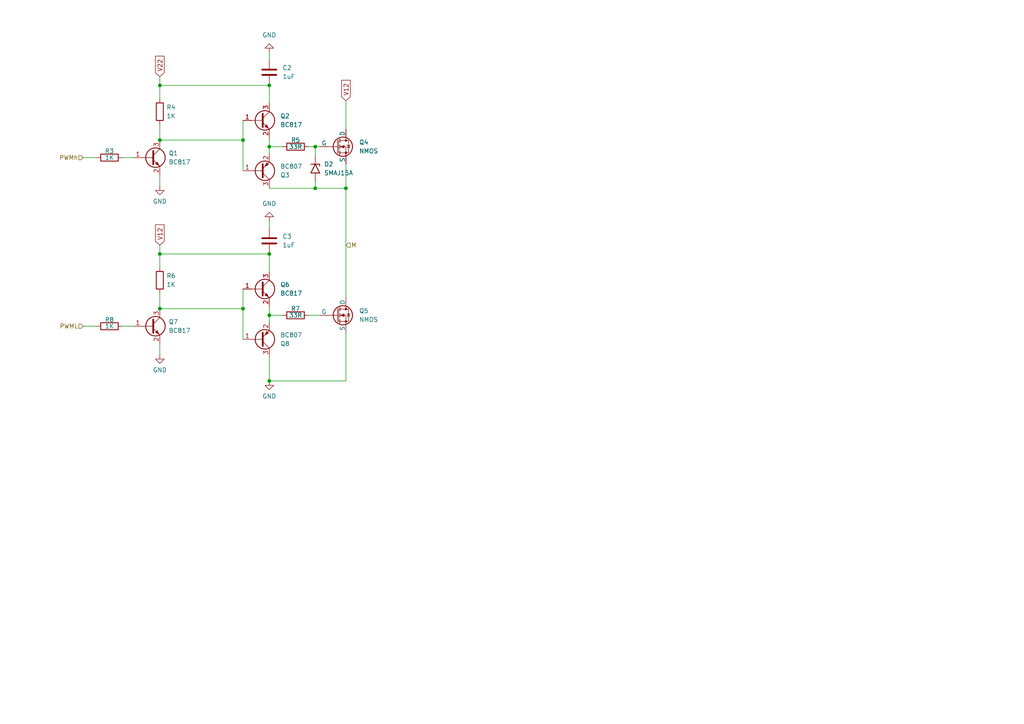
<source format=kicad_sch>
(kicad_sch (version 20250114) (generator "eeschema") (generator_version "9.0")
  (paper "A4")
  (lib_symbols
    (symbol "Device:C" (pin_numbers (hide yes)) (pin_names (offset 0.254))
      (property "Reference" "C" (at 0.635 2.54 0))
      (property "Value" "C" (at 0.635 -2.54 0))
      (symbol "C_0_1"
        (polyline (pts (xy -2.032 0.762) (xy 2.032 0.762)) (stroke (width 0.508)))
        (polyline (pts (xy -2.032 -0.762) (xy 2.032 -0.762)) (stroke (width 0.508)))
      )
      (symbol "C_1_1"
        (pin passive line (at 0 3.81 270) (length 2.794) (name "~") (number "1"))
        (pin passive line (at 0 -3.81 90) (length 2.794) (name "~") (number "2"))
      )
    )
    (symbol "Device:R" (pin_numbers (hide yes)) (pin_names (offset 0))
      (property "Reference" "R" (at 2.032 0 90))
      (property "Value" "R" (at 0 0 90))
      (symbol "R_0_1"
        (rectangle (start -1.016 -2.54) (end 1.016 2.54) (stroke (width 0.254)))
      )
      (symbol "R_1_1"
        (pin passive line (at 0 3.81 270) (length 1.27) (name "~") (number "1"))
        (pin passive line (at 0 -3.81 90) (length 1.27) (name "~") (number "2"))
      )
    )
    (symbol "Diode:SMAJ15A" (pin_numbers (hide yes)) (pin_names (offset 1.016) (hide yes))
      (property "Reference" "D" (at 0 2.54 0))
      (property "Value" "SMAJ15A" (at 0 -2.54 0))
      (symbol "SMAJ15A_0_1"
        (polyline (pts (xy -0.762 1.27) (xy -1.27 1.27) (xy -1.27 -1.27)) (stroke (width 0.254)))
        (polyline (pts (xy 1.27 1.27) (xy 1.27 -1.27) (xy -1.27 0) (xy 1.27 1.27)) (stroke (width 0.254)))
      )
      (symbol "SMAJ15A_1_1"
        (pin passive line (at -3.81 0 0) (length 2.54) (name "A1") (number "1"))
        (pin passive line (at 3.81 0 180) (length 2.54) (name "A2") (number "2"))
      )
    )
    (symbol "Simulation_SPICE:NMOS" (pin_numbers (hide yes)) (pin_names (offset 0))
      (property "Reference" "Q" (at 5.08 1.27 0))
      (property "Value" "NMOS" (at 5.08 -1.27 0))
      (symbol "NMOS_0_1"
        (polyline (pts (xy 0.254 1.905) (xy 0.254 -1.905)) (stroke (width 0.254)))
        (polyline (pts (xy 0.254 0) (xy -2.54 0)))
        (polyline (pts (xy 0.762 2.286) (xy 0.762 1.27)) (stroke (width 0.254)))
        (polyline (pts (xy 0.762 0.508) (xy 0.762 -0.508)) (stroke (width 0.254)))
        (polyline (pts (xy 0.762 -1.27) (xy 0.762 -2.286)) (stroke (width 0.254)))
        (polyline (pts (xy 0.762 -1.778) (xy 3.302 -1.778) (xy 3.302 1.778) (xy 0.762 1.778)))
        (polyline (pts (xy 1.016 0) (xy 2.032 0.381) (xy 2.032 -0.381) (xy 1.016 0)) (fill (type outline)))
        (circle (center 1.651 0) (radius 2.794) (stroke (width 0.254)))
        (polyline (pts (xy 2.54 2.54) (xy 2.54 1.778)))
        (circle (center 2.54 1.778) (radius 0.254) (fill (type outline)))
        (circle (center 2.54 -1.778) (radius 0.254) (fill (type outline)))
        (polyline (pts (xy 2.54 -2.54) (xy 2.54 0) (xy 0.762 0)))
        (polyline (pts (xy 2.794 0.508) (xy 2.921 0.381) (xy 3.683 0.381) (xy 3.81 0.254)))
        (polyline (pts (xy 3.302 0.381) (xy 2.921 -0.254) (xy 3.683 -0.254) (xy 3.302 0.381)))
      )
      (symbol "NMOS_1_1"
        (pin input line (at -5.08 0 0) (length 2.54) (name "G") (number "2"))
        (pin passive line (at 2.54 5.08 270) (length 2.54) (name "D") (number "1"))
        (pin passive line (at 2.54 -5.08 90) (length 2.54) (name "S") (number "3"))
      )
    )
    (symbol "Transistor_BJT:BC807" (pin_names (offset 0) (hide yes))
      (property "Reference" "Q" (at 5.08 1.905 0))
      (property "Value" "BC807" (at 5.08 0 0))
      (symbol "BC807_0_1"
        (polyline (pts (xy -2.54 0) (xy 0.635 0)))
        (polyline (pts (xy 0.635 1.905) (xy 0.635 -1.905)) (stroke (width 0.508)))
        (polyline (pts (xy 0.635 0.635) (xy 2.54 2.54)))
        (polyline (pts (xy 0.635 -0.635) (xy 2.54 -2.54)))
        (circle (center 1.27 0) (radius 2.8194) (stroke (width 0.254)))
        (polyline (pts (xy 2.286 -1.778) (xy 1.778 -2.286) (xy 1.27 -1.27) (xy 2.286 -1.778)) (fill (type outline)))
      )
      (symbol "BC807_1_1"
        (pin input line (at -5.08 0 0) (length 2.54) (name "B") (number "1"))
        (pin passive line (at 2.54 5.08 270) (length 2.54) (name "C") (number "3"))
        (pin passive line (at 2.54 -5.08 90) (length 2.54) (name "E") (number "2"))
      )
    )
    (symbol "Transistor_BJT:BC817" (pin_names (offset 0) (hide yes))
      (property "Reference" "Q" (at 5.08 1.905 0))
      (property "Value" "BC817" (at 5.08 0 0))
      (symbol "BC817_0_1"
        (polyline (pts (xy -2.54 0) (xy 0.635 0)))
        (polyline (pts (xy 0.635 1.905) (xy 0.635 -1.905)) (stroke (width 0.508)))
        (circle (center 1.27 0) (radius 2.8194) (stroke (width 0.254)))
      )
      (symbol "BC817_1_1"
        (polyline (pts (xy 0.635 0.635) (xy 2.54 2.54)))
        (polyline (pts (xy 0.635 -0.635) (xy 2.54 -2.54)))
        (polyline (pts (xy 1.27 -1.778) (xy 1.778 -1.27) (xy 2.286 -2.286) (xy 1.27 -1.778)) (fill (type outline)))
        (pin input line (at -5.08 0 0) (length 2.54) (name "B") (number "1"))
        (pin passive line (at 2.54 5.08 270) (length 2.54) (name "C") (number "3"))
        (pin passive line (at 2.54 -5.08 90) (length 2.54) (name "E") (number "2"))
      )
    )
    (symbol "power:GND" (power) (pin_numbers (hide yes)) (pin_names (offset 0) (hide yes))
      (property "Value" "GND" (at 0 -3.81 0))
      (symbol "GND_0_1"
        (polyline (pts (xy 0 0) (xy 0 -1.27) (xy 1.27 -1.27) (xy 0 -2.54) (xy -1.27 -1.27) (xy 0 -1.27)))
      )
      (symbol "GND_1_1"
        (pin power_in line (at 0 0 270) (length 0) (name "~") (number "1"))
      )
    )
  )
  (junction (at 70.485 89.535))
  (junction (at 70.485 40.64))
  (junction (at 46.355 73.66))
  (junction (at 78.105 24.765))
  (junction (at 46.355 40.64))
  (junction (at 78.105 42.545))
  (junction (at 46.355 24.765))
  (junction (at 78.105 91.44))
  (junction (at 46.355 89.535))
  (junction (at 78.105 110.49))
  (junction (at 91.44 42.545))
  (junction (at 100.33 54.61))
  (junction (at 78.105 73.66))
  (junction (at 91.44 54.61))
  (wire (pts (xy 46.355 73.66) (xy 46.355 77.47)))
  (wire (pts (xy 70.485 40.64) (xy 70.485 49.53)))
  (wire (pts (xy 78.105 42.545) (xy 78.105 44.45)))
  (wire (pts (xy 24.13 94.615) (xy 27.94 94.615)))
  (wire (pts (xy 91.44 42.545) (xy 92.71 42.545)))
  (wire (pts (xy 78.105 73.66) (xy 46.355 73.66)))
  (wire (pts (xy 46.355 40.64) (xy 70.485 40.64)))
  (wire (pts (xy 78.105 64.135) (xy 78.105 66.04)))
  (wire (pts (xy 91.44 54.61) (xy 100.33 54.61)))
  (wire (pts (xy 46.355 85.09) (xy 46.355 89.535)))
  (wire (pts (xy 78.105 40.005) (xy 78.105 42.545)))
  (wire (pts (xy 91.44 42.545) (xy 91.44 45.085)))
  (wire (pts (xy 46.355 50.8) (xy 46.355 53.975)))
  (wire (pts (xy 78.105 54.61) (xy 91.44 54.61)))
  (wire (pts (xy 46.355 22.225) (xy 46.355 24.765)))
  (wire (pts (xy 78.105 88.9) (xy 78.105 91.44)))
  (wire (pts (xy 100.33 29.21) (xy 100.33 37.465)))
  (wire (pts (xy 100.33 54.61) (xy 100.33 47.625)))
  (wire (pts (xy 46.355 36.195) (xy 46.355 40.64)))
  (wire (pts (xy 24.13 45.72) (xy 27.94 45.72)))
  (wire (pts (xy 100.33 110.49) (xy 78.105 110.49)))
  (wire (pts (xy 46.355 24.765) (xy 46.355 28.575)))
  (wire (pts (xy 91.44 52.705) (xy 91.44 54.61)))
  (wire (pts (xy 46.355 99.695) (xy 46.355 102.87)))
  (wire (pts (xy 35.56 94.615) (xy 38.735 94.615)))
  (wire (pts (xy 78.105 42.545) (xy 81.915 42.545)))
  (wire (pts (xy 100.33 96.52) (xy 100.33 110.49)))
  (wire (pts (xy 78.105 91.44) (xy 78.105 93.345)))
  (wire (pts (xy 35.56 45.72) (xy 38.735 45.72)))
  (wire (pts (xy 89.535 91.44) (xy 92.71 91.44)))
  (wire (pts (xy 78.105 110.49) (xy 78.105 103.505)))
  (wire (pts (xy 78.105 91.44) (xy 81.915 91.44)))
  (wire (pts (xy 100.33 54.61) (xy 100.33 86.36)))
  (wire (pts (xy 78.105 24.765) (xy 46.355 24.765)))
  (wire (pts (xy 46.355 89.535) (xy 70.485 89.535)))
  (wire (pts (xy 70.485 89.535) (xy 70.485 83.82)))
  (wire (pts (xy 70.485 89.535) (xy 70.485 98.425)))
  (wire (pts (xy 78.105 29.845) (xy 78.105 24.765)))
  (wire (pts (xy 70.485 40.64) (xy 70.485 34.925)))
  (wire (pts (xy 46.355 71.12) (xy 46.355 73.66)))
  (wire (pts (xy 78.105 78.74) (xy 78.105 73.66)))
  (wire (pts (xy 78.105 15.24) (xy 78.105 17.145)))
  (wire (pts (xy 89.535 42.545) (xy 91.44 42.545)))
  (global_label "V22" (shape input) (at 46.355 22.225 90) (property "Intersheetrefs" "${INTERSHEET_REFS}" (effects (hide yes))))
  (global_label "V12" (shape input) (at 100.33 29.21 90) (property "Intersheetrefs" "${INTERSHEET_REFS}" (effects (hide yes))))
  (global_label "V12" (shape input) (at 46.355 71.12 90) (property "Intersheetrefs" "${INTERSHEET_REFS}" (effects (hide yes))))
  (hierarchical_label "PWML" (shape input) (at 24.13 94.615 180))
  (hierarchical_label "M" (shape input) (at 100.33 71.12 0))
  (hierarchical_label "PWMh" (shape input) (at 24.13 45.72 180))
  (symbol (lib_id "Device:R") (at 85.725 42.545 90) (unit 1)
    (property "Reference" "R5" (at 85.725 40.64 90))
    (property "Value" "33R" (at 85.725 42.545 90))
    (property "Description" "Resistor" (effects (hide yes)))
  )
  (symbol (lib_id "Diode:SMAJ15A") (at 91.44 48.895 270) (unit 1)
    (property "Reference" "D2" (at 93.98 47.6249 90) (effects (justify left)))
    (property "Value" "SMAJ15A" (at 93.98 50.1649 90) (effects (justify left)))
    (property "Footprint" "Diode_SMD:D_SMA" (effects (hide yes)))
    (property "Datasheet" "https://www.littelfuse.com/media?resourcetype=datasheets&itemid=75e32973-b177-4ee3-a0ff-cedaf1abdb93&filename=smaj-datasheet" (effects (hide yes)))
    (property "Description" "400W unidirectional Transient Voltage Suppressor, 15.0Vr, SMA(DO-214AC)" (effects (hide yes)))
  )
  (symbol (lib_id "Device:R") (at 31.75 45.72 90) (unit 1)
    (property "Reference" "R3" (at 31.75 43.815 90))
    (property "Value" "1K" (at 31.75 45.72 90))
    (property "Description" "Resistor" (effects (hide yes)))
  )
  (symbol (lib_id "Device:C") (at 78.105 20.955 0) (unit 1)
    (property "Reference" "C2" (at 81.915 19.6849 0) (effects (justify left)))
    (property "Value" "1uF" (at 81.915 22.2249 0) (effects (justify left)))
    (property "Description" "Ceramica de 50V (ou 35V) x7r" (effects (hide yes)))
  )
  (symbol (lib_id "Transistor_BJT:BC807") (at 75.565 49.53 0) (mirror x) (unit 1)
    (property "Reference" "Q3" (at 81.28 50.8001 0) (effects (justify left)))
    (property "Value" "BC807" (at 81.28 48.2601 0) (effects (justify left)))
    (property "Footprint" "Package_TO_SOT_SMD:SOT-23" (effects (hide yes)))
    (property "Datasheet" "https://www.onsemi.com/pub/Collateral/BC808-D.pdf" (effects (hide yes)))
    (property "Description" "0.8A Ic, 45V Vce, PNP Transistor, SOT-23" (effects (hide yes)))
  )
  (symbol (lib_id "Transistor_BJT:BC807") (at 75.565 98.425 0) (mirror x) (unit 1)
    (property "Reference" "Q8" (at 81.28 99.6951 0) (effects (justify left)))
    (property "Value" "BC807" (at 81.28 97.1551 0) (effects (justify left)))
    (property "Footprint" "Package_TO_SOT_SMD:SOT-23" (effects (hide yes)))
    (property "Datasheet" "https://www.onsemi.com/pub/Collateral/BC808-D.pdf" (effects (hide yes)))
    (property "Description" "0.8A Ic, 45V Vce, PNP Transistor, SOT-23" (effects (hide yes)))
  )
  (symbol (lib_id "Transistor_BJT:BC817") (at 75.565 83.82 0) (unit 1)
    (property "Reference" "Q6" (at 81.28 82.5499 0) (effects (justify left)))
    (property "Value" "BC817" (at 81.28 85.0899 0) (effects (justify left)))
    (property "Footprint" "Package_TO_SOT_SMD:SOT-23" (effects (hide yes)))
    (property "Datasheet" "https://www.onsemi.com/pub/Collateral/BC818-D.pdf" (effects (hide yes)))
    (property "Description" "0.8A Ic, 45V Vce, NPN Transistor, SOT-23" (effects (hide yes)))
  )
  (symbol (lib_id "Device:C") (at 78.105 69.85 0) (unit 1)
    (property "Reference" "C3" (at 81.915 68.5799 0) (effects (justify left)))
    (property "Value" "1uF" (at 81.915 71.1199 0) (effects (justify left)))
    (property "Description" "Ceramica de 50V (ou 35V) x7r" (effects (hide yes)))
  )
  (symbol (lib_id "power:GND") (at 78.105 110.49 0) (unit 1)
    (property "Reference" "#PWR08" (effects (hide yes)))
    (property "Value" "GND" (at 78.105 114.935 0))
    (property "Description" "Power symbol creates a global label with name \"GND\" , ground" (effects (hide yes)))
  )
  (symbol (lib_id "Device:R") (at 85.725 91.44 90) (unit 1)
    (property "Reference" "R7" (at 85.725 89.535 90))
    (property "Value" "33R" (at 85.725 91.44 90))
    (property "Description" "Resistor" (effects (hide yes)))
  )
  (symbol (lib_id "power:GND") (at 46.355 102.87 0) (unit 1)
    (property "Reference" "#PWR07" (effects (hide yes)))
    (property "Value" "GND" (at 46.355 107.315 0))
    (property "Description" "Power symbol creates a global label with name \"GND\" , ground" (effects (hide yes)))
  )
  (symbol (lib_id "power:GND") (at 78.105 15.24 180) (unit 1)
    (property "Reference" "#PWR03" (effects (hide yes)))
    (property "Value" "GND" (at 78.105 10.16 0))
    (property "Description" "Power symbol creates a global label with name \"GND\" , ground" (effects (hide yes)))
  )
  (symbol (lib_id "Device:R") (at 31.75 94.615 90) (unit 1)
    (property "Reference" "R8" (at 31.75 92.71 90))
    (property "Value" "1K" (at 31.75 94.615 90))
    (property "Description" "Resistor" (effects (hide yes)))
  )
  (symbol (lib_id "Simulation_SPICE:NMOS") (at 97.79 91.44 0) (unit 1)
    (property "Reference" "Q5" (at 104.14 90.1699 0) (effects (justify left)))
    (property "Value" "NMOS" (at 104.14 92.7099 0) (effects (justify left)))
    (property "Footprint" "Package_TO_SOT_SMD:TO-252-3_TabPin2" (effects (hide yes)))
    (property "Datasheet" "https://ngspice.sourceforge.io/docs/ngspice-html-manual/manual.xhtml#cha_MOSFETs" (effects (hide yes)))
    (property "Description" "N-MOSFET transistor, drain/source/gate" (effects (hide yes)))
    (property "Sim.Device" "NMOS" (effects (hide yes)))
    (property "Sim.Type" "VDMOS" (effects (hide yes)))
    (property "Sim.Pins" "1=D 2=G 3=S" (effects (hide yes)))
  )
  (symbol (lib_id "Simulation_SPICE:NMOS") (at 97.79 42.545 0) (unit 1)
    (property "Reference" "Q4" (at 104.14 41.2749 0) (effects (justify left)))
    (property "Value" "NMOS" (at 104.14 43.8149 0) (effects (justify left)))
    (property "Footprint" "Package_TO_SOT_SMD:TO-252-3_TabPin2" (effects (hide yes)))
    (property "Datasheet" "https://ngspice.sourceforge.io/docs/ngspice-html-manual/manual.xhtml#cha_MOSFETs" (effects (hide yes)))
    (property "Description" "N-MOSFET transistor, drain/source/gate" (effects (hide yes)))
    (property "Sim.Device" "NMOS" (effects (hide yes)))
    (property "Sim.Type" "VDMOS" (effects (hide yes)))
    (property "Sim.Pins" "1=D 2=G 3=S" (effects (hide yes)))
  )
  (symbol (lib_id "Transistor_BJT:BC817") (at 75.565 34.925 0) (unit 1)
    (property "Reference" "Q2" (at 81.28 33.6549 0) (effects (justify left)))
    (property "Value" "BC817" (at 81.28 36.1949 0) (effects (justify left)))
    (property "Footprint" "Package_TO_SOT_SMD:SOT-23" (effects (hide yes)))
    (property "Datasheet" "https://www.onsemi.com/pub/Collateral/BC818-D.pdf" (effects (hide yes)))
    (property "Description" "0.8A Ic, 45V Vce, NPN Transistor, SOT-23" (effects (hide yes)))
  )
  (symbol (lib_id "Device:R") (at 46.355 81.28 0) (unit 1)
    (property "Reference" "R6" (at 48.26 80.0099 0) (effects (justify left)))
    (property "Value" "1K" (at 48.26 82.5499 0) (effects (justify left)))
    (property "Description" "Resistor" (effects (hide yes)))
  )
  (symbol (lib_id "Device:R") (at 46.355 32.385 0) (unit 1)
    (property "Reference" "R4" (at 48.26 31.1149 0) (effects (justify left)))
    (property "Value" "1K" (at 48.26 33.6549 0) (effects (justify left)))
    (property "Description" "Resistor" (effects (hide yes)))
  )
  (symbol (lib_id "power:GND") (at 78.105 64.135 180) (unit 1)
    (property "Reference" "#PWR06" (effects (hide yes)))
    (property "Value" "GND" (at 78.105 59.055 0))
    (property "Description" "Power symbol creates a global label with name \"GND\" , ground" (effects (hide yes)))
  )
  (symbol (lib_id "Transistor_BJT:BC817") (at 43.815 45.72 0) (unit 1)
    (property "Reference" "Q1" (at 48.895 44.4499 0) (effects (justify left)))
    (property "Value" "BC817" (at 48.895 46.9899 0) (effects (justify left)))
    (property "Footprint" "Package_TO_SOT_SMD:SOT-23" (effects (hide yes)))
    (property "Datasheet" "https://www.onsemi.com/pub/Collateral/BC818-D.pdf" (effects (hide yes)))
    (property "Description" "0.8A Ic, 45V Vce, NPN Transistor, SOT-23" (effects (hide yes)))
  )
  (symbol (lib_id "Transistor_BJT:BC817") (at 43.815 94.615 0) (unit 1)
    (property "Reference" "Q7" (at 48.895 93.3449 0) (effects (justify left)))
    (property "Value" "BC817" (at 48.895 95.8849 0) (effects (justify left)))
    (property "Footprint" "Package_TO_SOT_SMD:SOT-23" (effects (hide yes)))
    (property "Datasheet" "https://www.onsemi.com/pub/Collateral/BC818-D.pdf" (effects (hide yes)))
    (property "Description" "0.8A Ic, 45V Vce, NPN Transistor, SOT-23" (effects (hide yes)))
  )
  (symbol (lib_id "power:GND") (at 46.355 53.975 0) (unit 1)
    (property "Reference" "#PWR02" (effects (hide yes)))
    (property "Value" "GND" (at 46.355 58.42 0))
    (property "Description" "Power symbol creates a global label with name \"GND\" , ground" (effects (hide yes)))
  )
)
</source>
